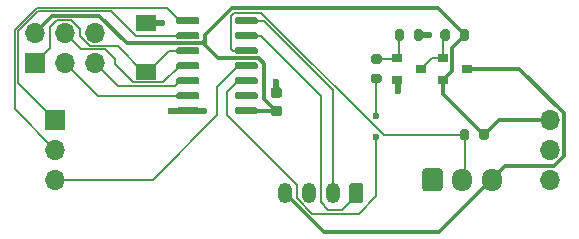
<source format=gbr>
%TF.GenerationSoftware,KiCad,Pcbnew,(5.1.9-0-10_14)*%
%TF.CreationDate,2021-05-08T21:12:27+02:00*%
%TF.ProjectId,MFM-Module-SEN0313,4d464d2d-4d6f-4647-956c-652d53454e30,rev?*%
%TF.SameCoordinates,PX82714f8PY6141b48*%
%TF.FileFunction,Copper,L1,Top*%
%TF.FilePolarity,Positive*%
%FSLAX46Y46*%
G04 Gerber Fmt 4.6, Leading zero omitted, Abs format (unit mm)*
G04 Created by KiCad (PCBNEW (5.1.9-0-10_14)) date 2021-05-08 21:12:27*
%MOMM*%
%LPD*%
G01*
G04 APERTURE LIST*
%TA.AperFunction,ComponentPad*%
%ADD10O,1.700000X1.700000*%
%TD*%
%TA.AperFunction,ComponentPad*%
%ADD11R,1.700000X1.700000*%
%TD*%
%TA.AperFunction,SMDPad,CuDef*%
%ADD12R,1.800000X1.350000*%
%TD*%
%TA.AperFunction,ComponentPad*%
%ADD13O,1.200000X1.750000*%
%TD*%
%TA.AperFunction,ComponentPad*%
%ADD14O,1.700000X1.950000*%
%TD*%
%TA.AperFunction,SMDPad,CuDef*%
%ADD15R,0.900000X0.800000*%
%TD*%
%TA.AperFunction,ViaPad*%
%ADD16C,0.600000*%
%TD*%
%TA.AperFunction,Conductor*%
%ADD17C,0.500000*%
%TD*%
%TA.AperFunction,Conductor*%
%ADD18C,0.300000*%
%TD*%
%TA.AperFunction,Conductor*%
%ADD19C,0.150000*%
%TD*%
G04 APERTURE END LIST*
D10*
%TO.P,J2,4*%
%TO.N,+3V3*%
X45974000Y15049500D03*
%TO.P,J2,5*%
%TO.N,N/C*%
X45974000Y12509500D03*
%TO.P,J2,6*%
%TO.N,GND*%
X45974000Y9969500D03*
%TO.P,J2,3*%
%TO.N,SMBALERT*%
X4064000Y9969500D03*
%TO.P,J2,2*%
%TO.N,I2C_SDA*%
X4064000Y12509500D03*
D11*
%TO.P,J2,1*%
%TO.N,I2C_SCL*%
X4064000Y15049500D03*
%TD*%
%TO.P,J1,1*%
%TO.N,RESET*%
X2349500Y19875500D03*
D10*
%TO.P,J1,2*%
%TO.N,+3V3*%
X2349500Y22415500D03*
%TO.P,J1,3*%
%TO.N,SCK*%
X4889500Y19875500D03*
%TO.P,J1,4*%
%TO.N,MOSI*%
X4889500Y22415500D03*
%TO.P,J1,5*%
%TO.N,MISO*%
X7429500Y19875500D03*
%TO.P,J1,6*%
%TO.N,GND*%
X7429500Y22415500D03*
%TD*%
D12*
%TO.P,SW1,2*%
%TO.N,GND*%
X11747500Y23284000D03*
%TO.P,SW1,1*%
%TO.N,RESET*%
X11747500Y19134000D03*
%TD*%
%TO.P,C1,1*%
%TO.N,GND*%
%TA.AperFunction,SMDPad,CuDef*%
G36*
G01*
X22546500Y17798500D02*
X23046500Y17798500D01*
G75*
G02*
X23271500Y17573500I0J-225000D01*
G01*
X23271500Y17123500D01*
G75*
G02*
X23046500Y16898500I-225000J0D01*
G01*
X22546500Y16898500D01*
G75*
G02*
X22321500Y17123500I0J225000D01*
G01*
X22321500Y17573500D01*
G75*
G02*
X22546500Y17798500I225000J0D01*
G01*
G37*
%TD.AperFunction*%
%TO.P,C1,2*%
%TO.N,+3V3*%
%TA.AperFunction,SMDPad,CuDef*%
G36*
G01*
X22546500Y16248500D02*
X23046500Y16248500D01*
G75*
G02*
X23271500Y16023500I0J-225000D01*
G01*
X23271500Y15573500D01*
G75*
G02*
X23046500Y15348500I-225000J0D01*
G01*
X22546500Y15348500D01*
G75*
G02*
X22321500Y15573500I0J225000D01*
G01*
X22321500Y16023500D01*
G75*
G02*
X22546500Y16248500I225000J0D01*
G01*
G37*
%TD.AperFunction*%
%TD*%
D13*
%TO.P,J3,4*%
%TO.N,+3V3_SW*%
X23557001Y8851999D03*
%TO.P,J3,3*%
%TO.N,GND*%
X25557001Y8851999D03*
%TO.P,J3,2*%
%TO.N,MCU_TX*%
X27557001Y8851999D03*
%TO.P,J3,1*%
%TO.N,MCU_RX*%
%TA.AperFunction,ComponentPad*%
G36*
G01*
X28957001Y8276999D02*
X28957001Y9426999D01*
G75*
G02*
X29257001Y9726999I300000J0D01*
G01*
X29857001Y9726999D01*
G75*
G02*
X30157001Y9426999I0J-300000D01*
G01*
X30157001Y8276999D01*
G75*
G02*
X29857001Y7976999I-300000J0D01*
G01*
X29257001Y7976999D01*
G75*
G02*
X28957001Y8276999I0J300000D01*
G01*
G37*
%TD.AperFunction*%
%TD*%
%TO.P,R1,1*%
%TO.N,+3V3*%
%TA.AperFunction,SMDPad,CuDef*%
G36*
G01*
X40785500Y14054500D02*
X40785500Y13504500D01*
G75*
G02*
X40585500Y13304500I-200000J0D01*
G01*
X40185500Y13304500D01*
G75*
G02*
X39985500Y13504500I0J200000D01*
G01*
X39985500Y14054500D01*
G75*
G02*
X40185500Y14254500I200000J0D01*
G01*
X40585500Y14254500D01*
G75*
G02*
X40785500Y14054500I0J-200000D01*
G01*
G37*
%TD.AperFunction*%
%TO.P,R1,2*%
%TO.N,ONEWIRE*%
%TA.AperFunction,SMDPad,CuDef*%
G36*
G01*
X39135500Y14054500D02*
X39135500Y13504500D01*
G75*
G02*
X38935500Y13304500I-200000J0D01*
G01*
X38535500Y13304500D01*
G75*
G02*
X38335500Y13504500I0J200000D01*
G01*
X38335500Y14054500D01*
G75*
G02*
X38535500Y14254500I200000J0D01*
G01*
X38935500Y14254500D01*
G75*
G02*
X39135500Y14054500I0J-200000D01*
G01*
G37*
%TD.AperFunction*%
%TD*%
%TO.P,U2,1*%
%TO.N,GND*%
%TA.AperFunction,ComponentPad*%
G36*
G01*
X35157001Y9244500D02*
X35157001Y10694500D01*
G75*
G02*
X35407001Y10944500I250000J0D01*
G01*
X36607001Y10944500D01*
G75*
G02*
X36857001Y10694500I0J-250000D01*
G01*
X36857001Y9244500D01*
G75*
G02*
X36607001Y8994500I-250000J0D01*
G01*
X35407001Y8994500D01*
G75*
G02*
X35157001Y9244500I0J250000D01*
G01*
G37*
%TD.AperFunction*%
D14*
%TO.P,U2,2*%
%TO.N,ONEWIRE*%
X38507001Y9969500D03*
%TO.P,U2,3*%
%TO.N,+3V3_SW*%
X41007001Y9969500D03*
%TD*%
%TO.P,U1,1*%
%TO.N,+3V3*%
%TA.AperFunction,SMDPad,CuDef*%
G36*
G01*
X21230000Y15961500D02*
X21230000Y15661500D01*
G75*
G02*
X21080000Y15511500I-150000J0D01*
G01*
X19430000Y15511500D01*
G75*
G02*
X19280000Y15661500I0J150000D01*
G01*
X19280000Y15961500D01*
G75*
G02*
X19430000Y16111500I150000J0D01*
G01*
X21080000Y16111500D01*
G75*
G02*
X21230000Y15961500I0J-150000D01*
G01*
G37*
%TD.AperFunction*%
%TO.P,U1,2*%
%TO.N,N/C*%
%TA.AperFunction,SMDPad,CuDef*%
G36*
G01*
X21230000Y17231500D02*
X21230000Y16931500D01*
G75*
G02*
X21080000Y16781500I-150000J0D01*
G01*
X19430000Y16781500D01*
G75*
G02*
X19280000Y16931500I0J150000D01*
G01*
X19280000Y17231500D01*
G75*
G02*
X19430000Y17381500I150000J0D01*
G01*
X21080000Y17381500D01*
G75*
G02*
X21230000Y17231500I0J-150000D01*
G01*
G37*
%TD.AperFunction*%
%TO.P,U1,3*%
%TO.N,SENSORS_ON*%
%TA.AperFunction,SMDPad,CuDef*%
G36*
G01*
X21230000Y18501500D02*
X21230000Y18201500D01*
G75*
G02*
X21080000Y18051500I-150000J0D01*
G01*
X19430000Y18051500D01*
G75*
G02*
X19280000Y18201500I0J150000D01*
G01*
X19280000Y18501500D01*
G75*
G02*
X19430000Y18651500I150000J0D01*
G01*
X21080000Y18651500D01*
G75*
G02*
X21230000Y18501500I0J-150000D01*
G01*
G37*
%TD.AperFunction*%
%TO.P,U1,4*%
%TO.N,SMBALERT*%
%TA.AperFunction,SMDPad,CuDef*%
G36*
G01*
X21230000Y19771500D02*
X21230000Y19471500D01*
G75*
G02*
X21080000Y19321500I-150000J0D01*
G01*
X19430000Y19321500D01*
G75*
G02*
X19280000Y19471500I0J150000D01*
G01*
X19280000Y19771500D01*
G75*
G02*
X19430000Y19921500I150000J0D01*
G01*
X21080000Y19921500D01*
G75*
G02*
X21230000Y19771500I0J-150000D01*
G01*
G37*
%TD.AperFunction*%
%TO.P,U1,5*%
%TO.N,ONEWIRE*%
%TA.AperFunction,SMDPad,CuDef*%
G36*
G01*
X21230000Y21041500D02*
X21230000Y20741500D01*
G75*
G02*
X21080000Y20591500I-150000J0D01*
G01*
X19430000Y20591500D01*
G75*
G02*
X19280000Y20741500I0J150000D01*
G01*
X19280000Y21041500D01*
G75*
G02*
X19430000Y21191500I150000J0D01*
G01*
X21080000Y21191500D01*
G75*
G02*
X21230000Y21041500I0J-150000D01*
G01*
G37*
%TD.AperFunction*%
%TO.P,U1,6*%
%TO.N,MCU_RX*%
%TA.AperFunction,SMDPad,CuDef*%
G36*
G01*
X21230000Y22311500D02*
X21230000Y22011500D01*
G75*
G02*
X21080000Y21861500I-150000J0D01*
G01*
X19430000Y21861500D01*
G75*
G02*
X19280000Y22011500I0J150000D01*
G01*
X19280000Y22311500D01*
G75*
G02*
X19430000Y22461500I150000J0D01*
G01*
X21080000Y22461500D01*
G75*
G02*
X21230000Y22311500I0J-150000D01*
G01*
G37*
%TD.AperFunction*%
%TO.P,U1,7*%
%TO.N,MCU_TX*%
%TA.AperFunction,SMDPad,CuDef*%
G36*
G01*
X21230000Y23581500D02*
X21230000Y23281500D01*
G75*
G02*
X21080000Y23131500I-150000J0D01*
G01*
X19430000Y23131500D01*
G75*
G02*
X19280000Y23281500I0J150000D01*
G01*
X19280000Y23581500D01*
G75*
G02*
X19430000Y23731500I150000J0D01*
G01*
X21080000Y23731500D01*
G75*
G02*
X21230000Y23581500I0J-150000D01*
G01*
G37*
%TD.AperFunction*%
%TO.P,U1,8*%
%TO.N,I2C_SDA*%
%TA.AperFunction,SMDPad,CuDef*%
G36*
G01*
X16280000Y23581500D02*
X16280000Y23281500D01*
G75*
G02*
X16130000Y23131500I-150000J0D01*
G01*
X14480000Y23131500D01*
G75*
G02*
X14330000Y23281500I0J150000D01*
G01*
X14330000Y23581500D01*
G75*
G02*
X14480000Y23731500I150000J0D01*
G01*
X16130000Y23731500D01*
G75*
G02*
X16280000Y23581500I0J-150000D01*
G01*
G37*
%TD.AperFunction*%
%TO.P,U1,9*%
%TO.N,I2C_SCL*%
%TA.AperFunction,SMDPad,CuDef*%
G36*
G01*
X16280000Y22311500D02*
X16280000Y22011500D01*
G75*
G02*
X16130000Y21861500I-150000J0D01*
G01*
X14480000Y21861500D01*
G75*
G02*
X14330000Y22011500I0J150000D01*
G01*
X14330000Y22311500D01*
G75*
G02*
X14480000Y22461500I150000J0D01*
G01*
X16130000Y22461500D01*
G75*
G02*
X16280000Y22311500I0J-150000D01*
G01*
G37*
%TD.AperFunction*%
%TO.P,U1,10*%
%TO.N,RESET*%
%TA.AperFunction,SMDPad,CuDef*%
G36*
G01*
X16280000Y21041500D02*
X16280000Y20741500D01*
G75*
G02*
X16130000Y20591500I-150000J0D01*
G01*
X14480000Y20591500D01*
G75*
G02*
X14330000Y20741500I0J150000D01*
G01*
X14330000Y21041500D01*
G75*
G02*
X14480000Y21191500I150000J0D01*
G01*
X16130000Y21191500D01*
G75*
G02*
X16280000Y21041500I0J-150000D01*
G01*
G37*
%TD.AperFunction*%
%TO.P,U1,11*%
%TO.N,MOSI*%
%TA.AperFunction,SMDPad,CuDef*%
G36*
G01*
X16280000Y19771500D02*
X16280000Y19471500D01*
G75*
G02*
X16130000Y19321500I-150000J0D01*
G01*
X14480000Y19321500D01*
G75*
G02*
X14330000Y19471500I0J150000D01*
G01*
X14330000Y19771500D01*
G75*
G02*
X14480000Y19921500I150000J0D01*
G01*
X16130000Y19921500D01*
G75*
G02*
X16280000Y19771500I0J-150000D01*
G01*
G37*
%TD.AperFunction*%
%TO.P,U1,12*%
%TO.N,MISO*%
%TA.AperFunction,SMDPad,CuDef*%
G36*
G01*
X16280000Y18501500D02*
X16280000Y18201500D01*
G75*
G02*
X16130000Y18051500I-150000J0D01*
G01*
X14480000Y18051500D01*
G75*
G02*
X14330000Y18201500I0J150000D01*
G01*
X14330000Y18501500D01*
G75*
G02*
X14480000Y18651500I150000J0D01*
G01*
X16130000Y18651500D01*
G75*
G02*
X16280000Y18501500I0J-150000D01*
G01*
G37*
%TD.AperFunction*%
%TO.P,U1,13*%
%TO.N,SCK*%
%TA.AperFunction,SMDPad,CuDef*%
G36*
G01*
X16280000Y17231500D02*
X16280000Y16931500D01*
G75*
G02*
X16130000Y16781500I-150000J0D01*
G01*
X14480000Y16781500D01*
G75*
G02*
X14330000Y16931500I0J150000D01*
G01*
X14330000Y17231500D01*
G75*
G02*
X14480000Y17381500I150000J0D01*
G01*
X16130000Y17381500D01*
G75*
G02*
X16280000Y17231500I0J-150000D01*
G01*
G37*
%TD.AperFunction*%
%TO.P,U1,14*%
%TO.N,GND*%
%TA.AperFunction,SMDPad,CuDef*%
G36*
G01*
X16280000Y15961500D02*
X16280000Y15661500D01*
G75*
G02*
X16130000Y15511500I-150000J0D01*
G01*
X14480000Y15511500D01*
G75*
G02*
X14330000Y15661500I0J150000D01*
G01*
X14330000Y15961500D01*
G75*
G02*
X14480000Y16111500I150000J0D01*
G01*
X16130000Y16111500D01*
G75*
G02*
X16280000Y15961500I0J-150000D01*
G01*
G37*
%TD.AperFunction*%
%TD*%
D15*
%TO.P,Q1,3*%
%TO.N,Net-(Q1-Pad3)*%
X35046501Y19370499D03*
%TO.P,Q1,2*%
%TO.N,GND*%
X33046501Y18420499D03*
%TO.P,Q1,1*%
%TO.N,Net-(Q1-Pad1)*%
X33046501Y20320499D03*
%TD*%
%TO.P,Q2,1*%
%TO.N,Net-(Q1-Pad3)*%
X36909500Y20317500D03*
%TO.P,Q2,2*%
%TO.N,+3V3*%
X36909500Y18417500D03*
%TO.P,Q2,3*%
%TO.N,+3V3_SW*%
X38909500Y19367500D03*
%TD*%
%TO.P,R2,1*%
%TO.N,Net-(Q1-Pad1)*%
%TA.AperFunction,SMDPad,CuDef*%
G36*
G01*
X30967000Y20592500D02*
X31517000Y20592500D01*
G75*
G02*
X31717000Y20392500I0J-200000D01*
G01*
X31717000Y19992500D01*
G75*
G02*
X31517000Y19792500I-200000J0D01*
G01*
X30967000Y19792500D01*
G75*
G02*
X30767000Y19992500I0J200000D01*
G01*
X30767000Y20392500D01*
G75*
G02*
X30967000Y20592500I200000J0D01*
G01*
G37*
%TD.AperFunction*%
%TO.P,R2,2*%
%TO.N,SENSORS_ON*%
%TA.AperFunction,SMDPad,CuDef*%
G36*
G01*
X30967000Y18942500D02*
X31517000Y18942500D01*
G75*
G02*
X31717000Y18742500I0J-200000D01*
G01*
X31717000Y18342500D01*
G75*
G02*
X31517000Y18142500I-200000J0D01*
G01*
X30967000Y18142500D01*
G75*
G02*
X30767000Y18342500I0J200000D01*
G01*
X30767000Y18742500D01*
G75*
G02*
X30967000Y18942500I200000J0D01*
G01*
G37*
%TD.AperFunction*%
%TD*%
%TO.P,R3,2*%
%TO.N,GND*%
%TA.AperFunction,SMDPad,CuDef*%
G36*
G01*
X34461000Y21950000D02*
X34461000Y22500000D01*
G75*
G02*
X34661000Y22700000I200000J0D01*
G01*
X35061000Y22700000D01*
G75*
G02*
X35261000Y22500000I0J-200000D01*
G01*
X35261000Y21950000D01*
G75*
G02*
X35061000Y21750000I-200000J0D01*
G01*
X34661000Y21750000D01*
G75*
G02*
X34461000Y21950000I0J200000D01*
G01*
G37*
%TD.AperFunction*%
%TO.P,R3,1*%
%TO.N,Net-(Q1-Pad1)*%
%TA.AperFunction,SMDPad,CuDef*%
G36*
G01*
X32811000Y21950000D02*
X32811000Y22500000D01*
G75*
G02*
X33011000Y22700000I200000J0D01*
G01*
X33411000Y22700000D01*
G75*
G02*
X33611000Y22500000I0J-200000D01*
G01*
X33611000Y21950000D01*
G75*
G02*
X33411000Y21750000I-200000J0D01*
G01*
X33011000Y21750000D01*
G75*
G02*
X32811000Y21950000I0J200000D01*
G01*
G37*
%TD.AperFunction*%
%TD*%
%TO.P,R4,1*%
%TO.N,+3V3*%
%TA.AperFunction,SMDPad,CuDef*%
G36*
G01*
X39134500Y22500000D02*
X39134500Y21950000D01*
G75*
G02*
X38934500Y21750000I-200000J0D01*
G01*
X38534500Y21750000D01*
G75*
G02*
X38334500Y21950000I0J200000D01*
G01*
X38334500Y22500000D01*
G75*
G02*
X38534500Y22700000I200000J0D01*
G01*
X38934500Y22700000D01*
G75*
G02*
X39134500Y22500000I0J-200000D01*
G01*
G37*
%TD.AperFunction*%
%TO.P,R4,2*%
%TO.N,Net-(Q1-Pad3)*%
%TA.AperFunction,SMDPad,CuDef*%
G36*
G01*
X37484500Y22500000D02*
X37484500Y21950000D01*
G75*
G02*
X37284500Y21750000I-200000J0D01*
G01*
X36884500Y21750000D01*
G75*
G02*
X36684500Y21950000I0J200000D01*
G01*
X36684500Y22500000D01*
G75*
G02*
X36884500Y22700000I200000J0D01*
G01*
X37284500Y22700000D01*
G75*
G02*
X37484500Y22500000I0J-200000D01*
G01*
G37*
%TD.AperFunction*%
%TD*%
D16*
%TO.N,GND*%
X13843000Y15811500D03*
X13106400Y23266400D03*
X16637000Y15811494D03*
X22796500Y18224500D03*
X33083500Y17526000D03*
X35687000Y22225000D03*
%TO.N,SENSORS_ON*%
X31242000Y15367000D03*
X31242000Y13589000D03*
%TD*%
D17*
%TO.N,GND*%
X13088800Y23284000D02*
X13106400Y23266400D01*
X11747500Y23284000D02*
X13088800Y23284000D01*
X13843000Y15811500D02*
X16636994Y15811500D01*
X16636994Y15811500D02*
X16637000Y15811494D01*
X22796500Y17348500D02*
X22796500Y18224500D01*
X34861000Y22225000D02*
X35687000Y22225000D01*
X33083500Y18383500D02*
X33046501Y18420499D01*
X33083500Y17526000D02*
X33083500Y18383500D01*
D18*
%TO.N,+3V3*%
X20331500Y15798500D02*
X20318500Y15811500D01*
X41655500Y15049500D02*
X40385500Y13779500D01*
X45974000Y15049500D02*
X41655500Y15049500D01*
X16767240Y21777260D02*
X16764000Y21780500D01*
X16767240Y21339240D02*
X16767240Y21777260D01*
X16544990Y21561490D02*
X16764000Y21780500D01*
X16767240Y21339240D02*
X16544990Y21561490D01*
D19*
%TO.N,SCK*%
X7683500Y17081500D02*
X4889500Y19875500D01*
X15305000Y17081500D02*
X7683500Y17081500D01*
%TO.N,MCU_TX*%
X21717000Y23431500D02*
X27557001Y17591499D01*
D18*
%TO.N,+3V3*%
X20268000Y15798500D02*
X20255000Y15811500D01*
X22783500Y15811500D02*
X22796500Y15798500D01*
X20255000Y15811500D02*
X22783500Y15811500D01*
X7810500Y23876000D02*
X10125010Y21561490D01*
X2349500Y22415500D02*
X3810000Y23876000D01*
X3810000Y23876000D02*
X7810500Y23876000D01*
X10125010Y21561490D02*
X16544990Y21561490D01*
X21780500Y16827500D02*
X22796500Y15811500D01*
X21294912Y20256500D02*
X21780500Y19770912D01*
X22796500Y15811500D02*
X22796500Y15798500D01*
X17849980Y20256500D02*
X21294912Y20256500D01*
X21780500Y19770912D02*
X21780500Y16827500D01*
X16767240Y21339240D02*
X17849980Y20256500D01*
X36909500Y17255500D02*
X40385500Y13779500D01*
X36909500Y18417500D02*
X36909500Y17255500D01*
X37659501Y21150001D02*
X38734500Y22225000D01*
X37659501Y19167501D02*
X37659501Y21150001D01*
X36909500Y18417500D02*
X37659501Y19167501D01*
X36448500Y24511000D02*
X38734500Y22225000D01*
X19059405Y24511000D02*
X36448500Y24511000D01*
X16764000Y21780500D02*
X16764000Y22215595D01*
X16764000Y22215595D02*
X19059405Y24511000D01*
D19*
%TO.N,SMBALERT*%
X12319000Y9969500D02*
X4064000Y9969500D01*
X17780000Y15430500D02*
X12319000Y9969500D01*
X19558000Y19621500D02*
X17780000Y17843500D01*
X17780000Y17843500D02*
X17780000Y15430500D01*
X20255000Y19621500D02*
X19558000Y19621500D01*
%TO.N,I2C_SDA*%
X635000Y15938500D02*
X4064000Y12509500D01*
X635000Y22669501D02*
X635000Y15938500D01*
X2516521Y24551022D02*
X635000Y22669501D01*
X13548978Y24551022D02*
X2516521Y24551022D01*
X14668500Y23431500D02*
X13548978Y24551022D01*
X15305000Y23431500D02*
X14668500Y23431500D01*
%TO.N,I2C_SCL*%
X4064000Y15049500D02*
X935011Y18178489D01*
X2640789Y24251011D02*
X8800487Y24251011D01*
X935011Y18178489D02*
X935011Y22545233D01*
X935011Y22545233D02*
X2640789Y24251011D01*
X8800487Y24251011D02*
X10889998Y22161500D01*
X10889998Y22161500D02*
X15368500Y22161500D01*
%TO.N,RESET*%
X11958500Y19134000D02*
X11747500Y19134000D01*
X13716000Y20891500D02*
X11958500Y19134000D01*
X15305000Y20891500D02*
X13716000Y20891500D01*
X3619500Y22923500D02*
X3619500Y21145500D01*
X4186501Y23490501D02*
X3619500Y22923500D01*
X3619500Y21145500D02*
X2349500Y19875500D01*
X6159500Y22161500D02*
X6159500Y22733000D01*
X5401999Y23490501D02*
X4186501Y23490501D01*
X9351989Y21318511D02*
X7002489Y21318511D01*
X11536500Y19134000D02*
X9351989Y21318511D01*
X7002489Y21318511D02*
X6159500Y22161500D01*
X6159500Y22733000D02*
X5401999Y23490501D01*
X11747500Y19134000D02*
X11536500Y19134000D01*
%TO.N,MOSI*%
X4465222Y22415500D02*
X4889500Y22415500D01*
X6286500Y21018500D02*
X4889500Y22415500D01*
X8318500Y21018500D02*
X6286500Y21018500D01*
X9144000Y19757498D02*
X9144000Y20193000D01*
X9144000Y20193000D02*
X8318500Y21018500D01*
X15305000Y19621500D02*
X14605000Y19621500D01*
X13217499Y18233999D02*
X10667499Y18233999D01*
X14605000Y19621500D02*
X13217499Y18233999D01*
X10667499Y18233999D02*
X9144000Y19757498D01*
%TO.N,MISO*%
X14187488Y17933988D02*
X14605000Y18351500D01*
X9371012Y17933988D02*
X14187488Y17933988D01*
X14605000Y18351500D02*
X15305000Y18351500D01*
X7429500Y19875500D02*
X9371012Y17933988D01*
%TO.N,MCU_TX*%
X21717000Y23431500D02*
X20255000Y23431500D01*
X27557001Y8851999D02*
X27557001Y17591499D01*
%TO.N,MCU_RX*%
X29557001Y8602001D02*
X29557001Y8851999D01*
X26543000Y8085630D02*
X27199130Y7429500D01*
X20255000Y22161500D02*
X21463000Y22161500D01*
X21463000Y22161500D02*
X26543000Y17081500D01*
X27199130Y7429500D02*
X28384500Y7429500D01*
X28384500Y7429500D02*
X29557001Y8602001D01*
X26543000Y17081500D02*
X26543000Y8085630D01*
%TO.N,ONEWIRE*%
X38735500Y10197999D02*
X38507001Y9969500D01*
X38735500Y13779500D02*
X38735500Y10197999D01*
X31877000Y13779500D02*
X38735500Y13779500D01*
X19208750Y24130000D02*
X21526500Y24130000D01*
X18923000Y23844250D02*
X19208750Y24130000D01*
X18923000Y21082000D02*
X18923000Y23844250D01*
X21526500Y24130000D02*
X31877000Y13779500D01*
X19113500Y20891500D02*
X18923000Y21082000D01*
X20318500Y20891500D02*
X19113500Y20891500D01*
%TO.N,Net-(Q1-Pad3)*%
X36909500Y22050000D02*
X37084500Y22225000D01*
X36909500Y20317500D02*
X36909500Y22050000D01*
X35993502Y20317500D02*
X35046501Y19370499D01*
X36909500Y20317500D02*
X35993502Y20317500D01*
%TO.N,Net-(Q1-Pad1)*%
X33211000Y20484998D02*
X33046501Y20320499D01*
X33211000Y22225000D02*
X33211000Y20484998D01*
X32918502Y20192500D02*
X33046501Y20320499D01*
X31242000Y20192500D02*
X32918502Y20192500D01*
%TO.N,SENSORS_ON*%
X31242000Y18542500D02*
X31242000Y15367000D01*
X19558000Y18351500D02*
X20255000Y18351500D01*
X18605500Y17399000D02*
X19558000Y18351500D01*
X18605500Y15494000D02*
X18605500Y17399000D01*
X24533344Y8406000D02*
X24533344Y9566156D01*
X25827344Y7112000D02*
X24533344Y8406000D01*
X29781500Y7112000D02*
X25827344Y7112000D01*
X31242000Y8572500D02*
X29781500Y7112000D01*
X24533344Y9566156D02*
X18605500Y15494000D01*
X31242000Y13589000D02*
X31242000Y8572500D01*
D18*
%TO.N,+3V3_SW*%
X42124503Y11119501D02*
X41007001Y10001999D01*
X43370500Y19367500D02*
X47124001Y15613999D01*
X46286003Y11119501D02*
X42124503Y11119501D01*
X47124001Y11957499D02*
X46286003Y11119501D01*
X47124001Y15613999D02*
X47124001Y11957499D01*
X38909500Y19367500D02*
X43370500Y19367500D01*
X36593002Y5588000D02*
X26821000Y5588000D01*
X26821000Y5588000D02*
X23557001Y8851999D01*
X41007001Y10001999D02*
X36593002Y5588000D01*
%TD*%
M02*

</source>
